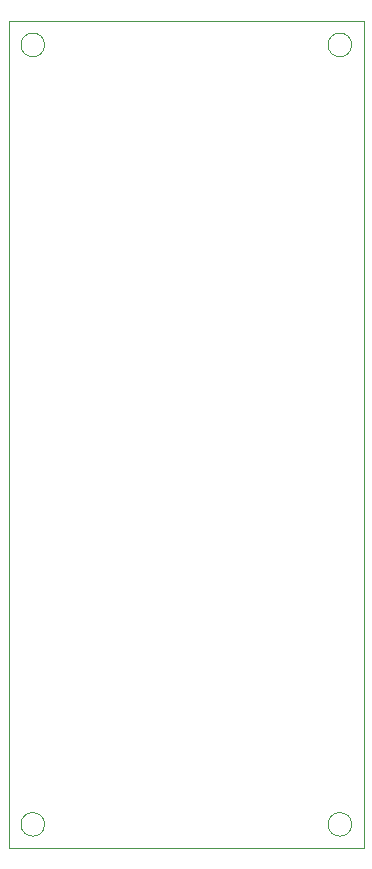
<source format=gm1>
%TF.GenerationSoftware,KiCad,Pcbnew,8.0.5*%
%TF.CreationDate,2024-11-23T17:52:30+00:00*%
%TF.ProjectId,DataGadget,44617461-4761-4646-9765-742e6b696361,rev?*%
%TF.SameCoordinates,Original*%
%TF.FileFunction,Profile,NP*%
%FSLAX46Y46*%
G04 Gerber Fmt 4.6, Leading zero omitted, Abs format (unit mm)*
G04 Created by KiCad (PCBNEW 8.0.5) date 2024-11-23 17:52:30*
%MOMM*%
%LPD*%
G01*
G04 APERTURE LIST*
%TA.AperFunction,Profile*%
%ADD10C,0.050000*%
%TD*%
G04 APERTURE END LIST*
D10*
X77710000Y-72950000D02*
X107710000Y-72950000D01*
X107710000Y-142950000D01*
X77710000Y-142950000D01*
X77710000Y-72950000D01*
X106710000Y-140950000D02*
G75*
G02*
X104710000Y-140950000I-1000000J0D01*
G01*
X104710000Y-140950000D02*
G75*
G02*
X106710000Y-140950000I1000000J0D01*
G01*
X80710000Y-140950000D02*
G75*
G02*
X78710000Y-140950000I-1000000J0D01*
G01*
X78710000Y-140950000D02*
G75*
G02*
X80710000Y-140950000I1000000J0D01*
G01*
X106710000Y-74950000D02*
G75*
G02*
X104710000Y-74950000I-1000000J0D01*
G01*
X104710000Y-74950000D02*
G75*
G02*
X106710000Y-74950000I1000000J0D01*
G01*
X80710000Y-74950000D02*
G75*
G02*
X78710000Y-74950000I-1000000J0D01*
G01*
X78710000Y-74950000D02*
G75*
G02*
X80710000Y-74950000I1000000J0D01*
G01*
M02*

</source>
